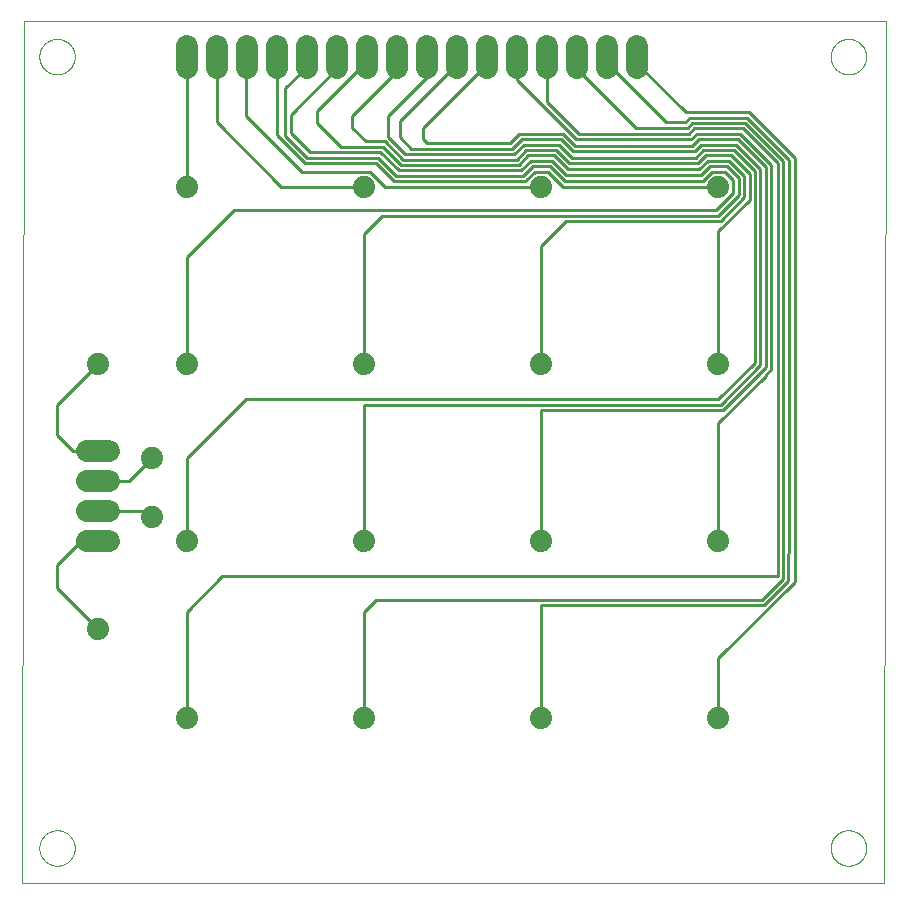
<source format=gtl>
G75*
%MOIN*%
%OFA0B0*%
%FSLAX25Y25*%
%IPPOS*%
%LPD*%
%AMOC8*
5,1,8,0,0,1.08239X$1,22.5*
%
%ADD10C,0.00000*%
%ADD11C,0.07400*%
%ADD12C,0.07400*%
%ADD13C,0.01000*%
D10*
X0001000Y0001000D02*
X0001787Y0288402D01*
X0289189Y0288402D01*
X0288401Y0001000D01*
X0001000Y0001000D01*
X0006905Y0012811D02*
X0006907Y0012964D01*
X0006913Y0013118D01*
X0006923Y0013271D01*
X0006937Y0013423D01*
X0006955Y0013576D01*
X0006977Y0013727D01*
X0007002Y0013878D01*
X0007032Y0014029D01*
X0007066Y0014179D01*
X0007103Y0014327D01*
X0007144Y0014475D01*
X0007189Y0014621D01*
X0007238Y0014767D01*
X0007291Y0014911D01*
X0007347Y0015053D01*
X0007407Y0015194D01*
X0007471Y0015334D01*
X0007538Y0015472D01*
X0007609Y0015608D01*
X0007684Y0015742D01*
X0007761Y0015874D01*
X0007843Y0016004D01*
X0007927Y0016132D01*
X0008015Y0016258D01*
X0008106Y0016381D01*
X0008200Y0016502D01*
X0008298Y0016620D01*
X0008398Y0016736D01*
X0008502Y0016849D01*
X0008608Y0016960D01*
X0008717Y0017068D01*
X0008829Y0017173D01*
X0008943Y0017274D01*
X0009061Y0017373D01*
X0009180Y0017469D01*
X0009302Y0017562D01*
X0009427Y0017651D01*
X0009554Y0017738D01*
X0009683Y0017820D01*
X0009814Y0017900D01*
X0009947Y0017976D01*
X0010082Y0018049D01*
X0010219Y0018118D01*
X0010358Y0018183D01*
X0010498Y0018245D01*
X0010640Y0018303D01*
X0010783Y0018358D01*
X0010928Y0018409D01*
X0011074Y0018456D01*
X0011221Y0018499D01*
X0011369Y0018538D01*
X0011518Y0018574D01*
X0011668Y0018605D01*
X0011819Y0018633D01*
X0011970Y0018657D01*
X0012123Y0018677D01*
X0012275Y0018693D01*
X0012428Y0018705D01*
X0012581Y0018713D01*
X0012734Y0018717D01*
X0012888Y0018717D01*
X0013041Y0018713D01*
X0013194Y0018705D01*
X0013347Y0018693D01*
X0013499Y0018677D01*
X0013652Y0018657D01*
X0013803Y0018633D01*
X0013954Y0018605D01*
X0014104Y0018574D01*
X0014253Y0018538D01*
X0014401Y0018499D01*
X0014548Y0018456D01*
X0014694Y0018409D01*
X0014839Y0018358D01*
X0014982Y0018303D01*
X0015124Y0018245D01*
X0015264Y0018183D01*
X0015403Y0018118D01*
X0015540Y0018049D01*
X0015675Y0017976D01*
X0015808Y0017900D01*
X0015939Y0017820D01*
X0016068Y0017738D01*
X0016195Y0017651D01*
X0016320Y0017562D01*
X0016442Y0017469D01*
X0016561Y0017373D01*
X0016679Y0017274D01*
X0016793Y0017173D01*
X0016905Y0017068D01*
X0017014Y0016960D01*
X0017120Y0016849D01*
X0017224Y0016736D01*
X0017324Y0016620D01*
X0017422Y0016502D01*
X0017516Y0016381D01*
X0017607Y0016258D01*
X0017695Y0016132D01*
X0017779Y0016004D01*
X0017861Y0015874D01*
X0017938Y0015742D01*
X0018013Y0015608D01*
X0018084Y0015472D01*
X0018151Y0015334D01*
X0018215Y0015194D01*
X0018275Y0015053D01*
X0018331Y0014911D01*
X0018384Y0014767D01*
X0018433Y0014621D01*
X0018478Y0014475D01*
X0018519Y0014327D01*
X0018556Y0014179D01*
X0018590Y0014029D01*
X0018620Y0013878D01*
X0018645Y0013727D01*
X0018667Y0013576D01*
X0018685Y0013423D01*
X0018699Y0013271D01*
X0018709Y0013118D01*
X0018715Y0012964D01*
X0018717Y0012811D01*
X0018715Y0012658D01*
X0018709Y0012504D01*
X0018699Y0012351D01*
X0018685Y0012199D01*
X0018667Y0012046D01*
X0018645Y0011895D01*
X0018620Y0011744D01*
X0018590Y0011593D01*
X0018556Y0011443D01*
X0018519Y0011295D01*
X0018478Y0011147D01*
X0018433Y0011001D01*
X0018384Y0010855D01*
X0018331Y0010711D01*
X0018275Y0010569D01*
X0018215Y0010428D01*
X0018151Y0010288D01*
X0018084Y0010150D01*
X0018013Y0010014D01*
X0017938Y0009880D01*
X0017861Y0009748D01*
X0017779Y0009618D01*
X0017695Y0009490D01*
X0017607Y0009364D01*
X0017516Y0009241D01*
X0017422Y0009120D01*
X0017324Y0009002D01*
X0017224Y0008886D01*
X0017120Y0008773D01*
X0017014Y0008662D01*
X0016905Y0008554D01*
X0016793Y0008449D01*
X0016679Y0008348D01*
X0016561Y0008249D01*
X0016442Y0008153D01*
X0016320Y0008060D01*
X0016195Y0007971D01*
X0016068Y0007884D01*
X0015939Y0007802D01*
X0015808Y0007722D01*
X0015675Y0007646D01*
X0015540Y0007573D01*
X0015403Y0007504D01*
X0015264Y0007439D01*
X0015124Y0007377D01*
X0014982Y0007319D01*
X0014839Y0007264D01*
X0014694Y0007213D01*
X0014548Y0007166D01*
X0014401Y0007123D01*
X0014253Y0007084D01*
X0014104Y0007048D01*
X0013954Y0007017D01*
X0013803Y0006989D01*
X0013652Y0006965D01*
X0013499Y0006945D01*
X0013347Y0006929D01*
X0013194Y0006917D01*
X0013041Y0006909D01*
X0012888Y0006905D01*
X0012734Y0006905D01*
X0012581Y0006909D01*
X0012428Y0006917D01*
X0012275Y0006929D01*
X0012123Y0006945D01*
X0011970Y0006965D01*
X0011819Y0006989D01*
X0011668Y0007017D01*
X0011518Y0007048D01*
X0011369Y0007084D01*
X0011221Y0007123D01*
X0011074Y0007166D01*
X0010928Y0007213D01*
X0010783Y0007264D01*
X0010640Y0007319D01*
X0010498Y0007377D01*
X0010358Y0007439D01*
X0010219Y0007504D01*
X0010082Y0007573D01*
X0009947Y0007646D01*
X0009814Y0007722D01*
X0009683Y0007802D01*
X0009554Y0007884D01*
X0009427Y0007971D01*
X0009302Y0008060D01*
X0009180Y0008153D01*
X0009061Y0008249D01*
X0008943Y0008348D01*
X0008829Y0008449D01*
X0008717Y0008554D01*
X0008608Y0008662D01*
X0008502Y0008773D01*
X0008398Y0008886D01*
X0008298Y0009002D01*
X0008200Y0009120D01*
X0008106Y0009241D01*
X0008015Y0009364D01*
X0007927Y0009490D01*
X0007843Y0009618D01*
X0007761Y0009748D01*
X0007684Y0009880D01*
X0007609Y0010014D01*
X0007538Y0010150D01*
X0007471Y0010288D01*
X0007407Y0010428D01*
X0007347Y0010569D01*
X0007291Y0010711D01*
X0007238Y0010855D01*
X0007189Y0011001D01*
X0007144Y0011147D01*
X0007103Y0011295D01*
X0007066Y0011443D01*
X0007032Y0011593D01*
X0007002Y0011744D01*
X0006977Y0011895D01*
X0006955Y0012046D01*
X0006937Y0012199D01*
X0006923Y0012351D01*
X0006913Y0012504D01*
X0006907Y0012658D01*
X0006905Y0012811D01*
X0006905Y0276591D02*
X0006907Y0276744D01*
X0006913Y0276898D01*
X0006923Y0277051D01*
X0006937Y0277203D01*
X0006955Y0277356D01*
X0006977Y0277507D01*
X0007002Y0277658D01*
X0007032Y0277809D01*
X0007066Y0277959D01*
X0007103Y0278107D01*
X0007144Y0278255D01*
X0007189Y0278401D01*
X0007238Y0278547D01*
X0007291Y0278691D01*
X0007347Y0278833D01*
X0007407Y0278974D01*
X0007471Y0279114D01*
X0007538Y0279252D01*
X0007609Y0279388D01*
X0007684Y0279522D01*
X0007761Y0279654D01*
X0007843Y0279784D01*
X0007927Y0279912D01*
X0008015Y0280038D01*
X0008106Y0280161D01*
X0008200Y0280282D01*
X0008298Y0280400D01*
X0008398Y0280516D01*
X0008502Y0280629D01*
X0008608Y0280740D01*
X0008717Y0280848D01*
X0008829Y0280953D01*
X0008943Y0281054D01*
X0009061Y0281153D01*
X0009180Y0281249D01*
X0009302Y0281342D01*
X0009427Y0281431D01*
X0009554Y0281518D01*
X0009683Y0281600D01*
X0009814Y0281680D01*
X0009947Y0281756D01*
X0010082Y0281829D01*
X0010219Y0281898D01*
X0010358Y0281963D01*
X0010498Y0282025D01*
X0010640Y0282083D01*
X0010783Y0282138D01*
X0010928Y0282189D01*
X0011074Y0282236D01*
X0011221Y0282279D01*
X0011369Y0282318D01*
X0011518Y0282354D01*
X0011668Y0282385D01*
X0011819Y0282413D01*
X0011970Y0282437D01*
X0012123Y0282457D01*
X0012275Y0282473D01*
X0012428Y0282485D01*
X0012581Y0282493D01*
X0012734Y0282497D01*
X0012888Y0282497D01*
X0013041Y0282493D01*
X0013194Y0282485D01*
X0013347Y0282473D01*
X0013499Y0282457D01*
X0013652Y0282437D01*
X0013803Y0282413D01*
X0013954Y0282385D01*
X0014104Y0282354D01*
X0014253Y0282318D01*
X0014401Y0282279D01*
X0014548Y0282236D01*
X0014694Y0282189D01*
X0014839Y0282138D01*
X0014982Y0282083D01*
X0015124Y0282025D01*
X0015264Y0281963D01*
X0015403Y0281898D01*
X0015540Y0281829D01*
X0015675Y0281756D01*
X0015808Y0281680D01*
X0015939Y0281600D01*
X0016068Y0281518D01*
X0016195Y0281431D01*
X0016320Y0281342D01*
X0016442Y0281249D01*
X0016561Y0281153D01*
X0016679Y0281054D01*
X0016793Y0280953D01*
X0016905Y0280848D01*
X0017014Y0280740D01*
X0017120Y0280629D01*
X0017224Y0280516D01*
X0017324Y0280400D01*
X0017422Y0280282D01*
X0017516Y0280161D01*
X0017607Y0280038D01*
X0017695Y0279912D01*
X0017779Y0279784D01*
X0017861Y0279654D01*
X0017938Y0279522D01*
X0018013Y0279388D01*
X0018084Y0279252D01*
X0018151Y0279114D01*
X0018215Y0278974D01*
X0018275Y0278833D01*
X0018331Y0278691D01*
X0018384Y0278547D01*
X0018433Y0278401D01*
X0018478Y0278255D01*
X0018519Y0278107D01*
X0018556Y0277959D01*
X0018590Y0277809D01*
X0018620Y0277658D01*
X0018645Y0277507D01*
X0018667Y0277356D01*
X0018685Y0277203D01*
X0018699Y0277051D01*
X0018709Y0276898D01*
X0018715Y0276744D01*
X0018717Y0276591D01*
X0018715Y0276438D01*
X0018709Y0276284D01*
X0018699Y0276131D01*
X0018685Y0275979D01*
X0018667Y0275826D01*
X0018645Y0275675D01*
X0018620Y0275524D01*
X0018590Y0275373D01*
X0018556Y0275223D01*
X0018519Y0275075D01*
X0018478Y0274927D01*
X0018433Y0274781D01*
X0018384Y0274635D01*
X0018331Y0274491D01*
X0018275Y0274349D01*
X0018215Y0274208D01*
X0018151Y0274068D01*
X0018084Y0273930D01*
X0018013Y0273794D01*
X0017938Y0273660D01*
X0017861Y0273528D01*
X0017779Y0273398D01*
X0017695Y0273270D01*
X0017607Y0273144D01*
X0017516Y0273021D01*
X0017422Y0272900D01*
X0017324Y0272782D01*
X0017224Y0272666D01*
X0017120Y0272553D01*
X0017014Y0272442D01*
X0016905Y0272334D01*
X0016793Y0272229D01*
X0016679Y0272128D01*
X0016561Y0272029D01*
X0016442Y0271933D01*
X0016320Y0271840D01*
X0016195Y0271751D01*
X0016068Y0271664D01*
X0015939Y0271582D01*
X0015808Y0271502D01*
X0015675Y0271426D01*
X0015540Y0271353D01*
X0015403Y0271284D01*
X0015264Y0271219D01*
X0015124Y0271157D01*
X0014982Y0271099D01*
X0014839Y0271044D01*
X0014694Y0270993D01*
X0014548Y0270946D01*
X0014401Y0270903D01*
X0014253Y0270864D01*
X0014104Y0270828D01*
X0013954Y0270797D01*
X0013803Y0270769D01*
X0013652Y0270745D01*
X0013499Y0270725D01*
X0013347Y0270709D01*
X0013194Y0270697D01*
X0013041Y0270689D01*
X0012888Y0270685D01*
X0012734Y0270685D01*
X0012581Y0270689D01*
X0012428Y0270697D01*
X0012275Y0270709D01*
X0012123Y0270725D01*
X0011970Y0270745D01*
X0011819Y0270769D01*
X0011668Y0270797D01*
X0011518Y0270828D01*
X0011369Y0270864D01*
X0011221Y0270903D01*
X0011074Y0270946D01*
X0010928Y0270993D01*
X0010783Y0271044D01*
X0010640Y0271099D01*
X0010498Y0271157D01*
X0010358Y0271219D01*
X0010219Y0271284D01*
X0010082Y0271353D01*
X0009947Y0271426D01*
X0009814Y0271502D01*
X0009683Y0271582D01*
X0009554Y0271664D01*
X0009427Y0271751D01*
X0009302Y0271840D01*
X0009180Y0271933D01*
X0009061Y0272029D01*
X0008943Y0272128D01*
X0008829Y0272229D01*
X0008717Y0272334D01*
X0008608Y0272442D01*
X0008502Y0272553D01*
X0008398Y0272666D01*
X0008298Y0272782D01*
X0008200Y0272900D01*
X0008106Y0273021D01*
X0008015Y0273144D01*
X0007927Y0273270D01*
X0007843Y0273398D01*
X0007761Y0273528D01*
X0007684Y0273660D01*
X0007609Y0273794D01*
X0007538Y0273930D01*
X0007471Y0274068D01*
X0007407Y0274208D01*
X0007347Y0274349D01*
X0007291Y0274491D01*
X0007238Y0274635D01*
X0007189Y0274781D01*
X0007144Y0274927D01*
X0007103Y0275075D01*
X0007066Y0275223D01*
X0007032Y0275373D01*
X0007002Y0275524D01*
X0006977Y0275675D01*
X0006955Y0275826D01*
X0006937Y0275979D01*
X0006923Y0276131D01*
X0006913Y0276284D01*
X0006907Y0276438D01*
X0006905Y0276591D01*
X0270685Y0276591D02*
X0270687Y0276744D01*
X0270693Y0276898D01*
X0270703Y0277051D01*
X0270717Y0277203D01*
X0270735Y0277356D01*
X0270757Y0277507D01*
X0270782Y0277658D01*
X0270812Y0277809D01*
X0270846Y0277959D01*
X0270883Y0278107D01*
X0270924Y0278255D01*
X0270969Y0278401D01*
X0271018Y0278547D01*
X0271071Y0278691D01*
X0271127Y0278833D01*
X0271187Y0278974D01*
X0271251Y0279114D01*
X0271318Y0279252D01*
X0271389Y0279388D01*
X0271464Y0279522D01*
X0271541Y0279654D01*
X0271623Y0279784D01*
X0271707Y0279912D01*
X0271795Y0280038D01*
X0271886Y0280161D01*
X0271980Y0280282D01*
X0272078Y0280400D01*
X0272178Y0280516D01*
X0272282Y0280629D01*
X0272388Y0280740D01*
X0272497Y0280848D01*
X0272609Y0280953D01*
X0272723Y0281054D01*
X0272841Y0281153D01*
X0272960Y0281249D01*
X0273082Y0281342D01*
X0273207Y0281431D01*
X0273334Y0281518D01*
X0273463Y0281600D01*
X0273594Y0281680D01*
X0273727Y0281756D01*
X0273862Y0281829D01*
X0273999Y0281898D01*
X0274138Y0281963D01*
X0274278Y0282025D01*
X0274420Y0282083D01*
X0274563Y0282138D01*
X0274708Y0282189D01*
X0274854Y0282236D01*
X0275001Y0282279D01*
X0275149Y0282318D01*
X0275298Y0282354D01*
X0275448Y0282385D01*
X0275599Y0282413D01*
X0275750Y0282437D01*
X0275903Y0282457D01*
X0276055Y0282473D01*
X0276208Y0282485D01*
X0276361Y0282493D01*
X0276514Y0282497D01*
X0276668Y0282497D01*
X0276821Y0282493D01*
X0276974Y0282485D01*
X0277127Y0282473D01*
X0277279Y0282457D01*
X0277432Y0282437D01*
X0277583Y0282413D01*
X0277734Y0282385D01*
X0277884Y0282354D01*
X0278033Y0282318D01*
X0278181Y0282279D01*
X0278328Y0282236D01*
X0278474Y0282189D01*
X0278619Y0282138D01*
X0278762Y0282083D01*
X0278904Y0282025D01*
X0279044Y0281963D01*
X0279183Y0281898D01*
X0279320Y0281829D01*
X0279455Y0281756D01*
X0279588Y0281680D01*
X0279719Y0281600D01*
X0279848Y0281518D01*
X0279975Y0281431D01*
X0280100Y0281342D01*
X0280222Y0281249D01*
X0280341Y0281153D01*
X0280459Y0281054D01*
X0280573Y0280953D01*
X0280685Y0280848D01*
X0280794Y0280740D01*
X0280900Y0280629D01*
X0281004Y0280516D01*
X0281104Y0280400D01*
X0281202Y0280282D01*
X0281296Y0280161D01*
X0281387Y0280038D01*
X0281475Y0279912D01*
X0281559Y0279784D01*
X0281641Y0279654D01*
X0281718Y0279522D01*
X0281793Y0279388D01*
X0281864Y0279252D01*
X0281931Y0279114D01*
X0281995Y0278974D01*
X0282055Y0278833D01*
X0282111Y0278691D01*
X0282164Y0278547D01*
X0282213Y0278401D01*
X0282258Y0278255D01*
X0282299Y0278107D01*
X0282336Y0277959D01*
X0282370Y0277809D01*
X0282400Y0277658D01*
X0282425Y0277507D01*
X0282447Y0277356D01*
X0282465Y0277203D01*
X0282479Y0277051D01*
X0282489Y0276898D01*
X0282495Y0276744D01*
X0282497Y0276591D01*
X0282495Y0276438D01*
X0282489Y0276284D01*
X0282479Y0276131D01*
X0282465Y0275979D01*
X0282447Y0275826D01*
X0282425Y0275675D01*
X0282400Y0275524D01*
X0282370Y0275373D01*
X0282336Y0275223D01*
X0282299Y0275075D01*
X0282258Y0274927D01*
X0282213Y0274781D01*
X0282164Y0274635D01*
X0282111Y0274491D01*
X0282055Y0274349D01*
X0281995Y0274208D01*
X0281931Y0274068D01*
X0281864Y0273930D01*
X0281793Y0273794D01*
X0281718Y0273660D01*
X0281641Y0273528D01*
X0281559Y0273398D01*
X0281475Y0273270D01*
X0281387Y0273144D01*
X0281296Y0273021D01*
X0281202Y0272900D01*
X0281104Y0272782D01*
X0281004Y0272666D01*
X0280900Y0272553D01*
X0280794Y0272442D01*
X0280685Y0272334D01*
X0280573Y0272229D01*
X0280459Y0272128D01*
X0280341Y0272029D01*
X0280222Y0271933D01*
X0280100Y0271840D01*
X0279975Y0271751D01*
X0279848Y0271664D01*
X0279719Y0271582D01*
X0279588Y0271502D01*
X0279455Y0271426D01*
X0279320Y0271353D01*
X0279183Y0271284D01*
X0279044Y0271219D01*
X0278904Y0271157D01*
X0278762Y0271099D01*
X0278619Y0271044D01*
X0278474Y0270993D01*
X0278328Y0270946D01*
X0278181Y0270903D01*
X0278033Y0270864D01*
X0277884Y0270828D01*
X0277734Y0270797D01*
X0277583Y0270769D01*
X0277432Y0270745D01*
X0277279Y0270725D01*
X0277127Y0270709D01*
X0276974Y0270697D01*
X0276821Y0270689D01*
X0276668Y0270685D01*
X0276514Y0270685D01*
X0276361Y0270689D01*
X0276208Y0270697D01*
X0276055Y0270709D01*
X0275903Y0270725D01*
X0275750Y0270745D01*
X0275599Y0270769D01*
X0275448Y0270797D01*
X0275298Y0270828D01*
X0275149Y0270864D01*
X0275001Y0270903D01*
X0274854Y0270946D01*
X0274708Y0270993D01*
X0274563Y0271044D01*
X0274420Y0271099D01*
X0274278Y0271157D01*
X0274138Y0271219D01*
X0273999Y0271284D01*
X0273862Y0271353D01*
X0273727Y0271426D01*
X0273594Y0271502D01*
X0273463Y0271582D01*
X0273334Y0271664D01*
X0273207Y0271751D01*
X0273082Y0271840D01*
X0272960Y0271933D01*
X0272841Y0272029D01*
X0272723Y0272128D01*
X0272609Y0272229D01*
X0272497Y0272334D01*
X0272388Y0272442D01*
X0272282Y0272553D01*
X0272178Y0272666D01*
X0272078Y0272782D01*
X0271980Y0272900D01*
X0271886Y0273021D01*
X0271795Y0273144D01*
X0271707Y0273270D01*
X0271623Y0273398D01*
X0271541Y0273528D01*
X0271464Y0273660D01*
X0271389Y0273794D01*
X0271318Y0273930D01*
X0271251Y0274068D01*
X0271187Y0274208D01*
X0271127Y0274349D01*
X0271071Y0274491D01*
X0271018Y0274635D01*
X0270969Y0274781D01*
X0270924Y0274927D01*
X0270883Y0275075D01*
X0270846Y0275223D01*
X0270812Y0275373D01*
X0270782Y0275524D01*
X0270757Y0275675D01*
X0270735Y0275826D01*
X0270717Y0275979D01*
X0270703Y0276131D01*
X0270693Y0276284D01*
X0270687Y0276438D01*
X0270685Y0276591D01*
X0270685Y0012811D02*
X0270687Y0012964D01*
X0270693Y0013118D01*
X0270703Y0013271D01*
X0270717Y0013423D01*
X0270735Y0013576D01*
X0270757Y0013727D01*
X0270782Y0013878D01*
X0270812Y0014029D01*
X0270846Y0014179D01*
X0270883Y0014327D01*
X0270924Y0014475D01*
X0270969Y0014621D01*
X0271018Y0014767D01*
X0271071Y0014911D01*
X0271127Y0015053D01*
X0271187Y0015194D01*
X0271251Y0015334D01*
X0271318Y0015472D01*
X0271389Y0015608D01*
X0271464Y0015742D01*
X0271541Y0015874D01*
X0271623Y0016004D01*
X0271707Y0016132D01*
X0271795Y0016258D01*
X0271886Y0016381D01*
X0271980Y0016502D01*
X0272078Y0016620D01*
X0272178Y0016736D01*
X0272282Y0016849D01*
X0272388Y0016960D01*
X0272497Y0017068D01*
X0272609Y0017173D01*
X0272723Y0017274D01*
X0272841Y0017373D01*
X0272960Y0017469D01*
X0273082Y0017562D01*
X0273207Y0017651D01*
X0273334Y0017738D01*
X0273463Y0017820D01*
X0273594Y0017900D01*
X0273727Y0017976D01*
X0273862Y0018049D01*
X0273999Y0018118D01*
X0274138Y0018183D01*
X0274278Y0018245D01*
X0274420Y0018303D01*
X0274563Y0018358D01*
X0274708Y0018409D01*
X0274854Y0018456D01*
X0275001Y0018499D01*
X0275149Y0018538D01*
X0275298Y0018574D01*
X0275448Y0018605D01*
X0275599Y0018633D01*
X0275750Y0018657D01*
X0275903Y0018677D01*
X0276055Y0018693D01*
X0276208Y0018705D01*
X0276361Y0018713D01*
X0276514Y0018717D01*
X0276668Y0018717D01*
X0276821Y0018713D01*
X0276974Y0018705D01*
X0277127Y0018693D01*
X0277279Y0018677D01*
X0277432Y0018657D01*
X0277583Y0018633D01*
X0277734Y0018605D01*
X0277884Y0018574D01*
X0278033Y0018538D01*
X0278181Y0018499D01*
X0278328Y0018456D01*
X0278474Y0018409D01*
X0278619Y0018358D01*
X0278762Y0018303D01*
X0278904Y0018245D01*
X0279044Y0018183D01*
X0279183Y0018118D01*
X0279320Y0018049D01*
X0279455Y0017976D01*
X0279588Y0017900D01*
X0279719Y0017820D01*
X0279848Y0017738D01*
X0279975Y0017651D01*
X0280100Y0017562D01*
X0280222Y0017469D01*
X0280341Y0017373D01*
X0280459Y0017274D01*
X0280573Y0017173D01*
X0280685Y0017068D01*
X0280794Y0016960D01*
X0280900Y0016849D01*
X0281004Y0016736D01*
X0281104Y0016620D01*
X0281202Y0016502D01*
X0281296Y0016381D01*
X0281387Y0016258D01*
X0281475Y0016132D01*
X0281559Y0016004D01*
X0281641Y0015874D01*
X0281718Y0015742D01*
X0281793Y0015608D01*
X0281864Y0015472D01*
X0281931Y0015334D01*
X0281995Y0015194D01*
X0282055Y0015053D01*
X0282111Y0014911D01*
X0282164Y0014767D01*
X0282213Y0014621D01*
X0282258Y0014475D01*
X0282299Y0014327D01*
X0282336Y0014179D01*
X0282370Y0014029D01*
X0282400Y0013878D01*
X0282425Y0013727D01*
X0282447Y0013576D01*
X0282465Y0013423D01*
X0282479Y0013271D01*
X0282489Y0013118D01*
X0282495Y0012964D01*
X0282497Y0012811D01*
X0282495Y0012658D01*
X0282489Y0012504D01*
X0282479Y0012351D01*
X0282465Y0012199D01*
X0282447Y0012046D01*
X0282425Y0011895D01*
X0282400Y0011744D01*
X0282370Y0011593D01*
X0282336Y0011443D01*
X0282299Y0011295D01*
X0282258Y0011147D01*
X0282213Y0011001D01*
X0282164Y0010855D01*
X0282111Y0010711D01*
X0282055Y0010569D01*
X0281995Y0010428D01*
X0281931Y0010288D01*
X0281864Y0010150D01*
X0281793Y0010014D01*
X0281718Y0009880D01*
X0281641Y0009748D01*
X0281559Y0009618D01*
X0281475Y0009490D01*
X0281387Y0009364D01*
X0281296Y0009241D01*
X0281202Y0009120D01*
X0281104Y0009002D01*
X0281004Y0008886D01*
X0280900Y0008773D01*
X0280794Y0008662D01*
X0280685Y0008554D01*
X0280573Y0008449D01*
X0280459Y0008348D01*
X0280341Y0008249D01*
X0280222Y0008153D01*
X0280100Y0008060D01*
X0279975Y0007971D01*
X0279848Y0007884D01*
X0279719Y0007802D01*
X0279588Y0007722D01*
X0279455Y0007646D01*
X0279320Y0007573D01*
X0279183Y0007504D01*
X0279044Y0007439D01*
X0278904Y0007377D01*
X0278762Y0007319D01*
X0278619Y0007264D01*
X0278474Y0007213D01*
X0278328Y0007166D01*
X0278181Y0007123D01*
X0278033Y0007084D01*
X0277884Y0007048D01*
X0277734Y0007017D01*
X0277583Y0006989D01*
X0277432Y0006965D01*
X0277279Y0006945D01*
X0277127Y0006929D01*
X0276974Y0006917D01*
X0276821Y0006909D01*
X0276668Y0006905D01*
X0276514Y0006905D01*
X0276361Y0006909D01*
X0276208Y0006917D01*
X0276055Y0006929D01*
X0275903Y0006945D01*
X0275750Y0006965D01*
X0275599Y0006989D01*
X0275448Y0007017D01*
X0275298Y0007048D01*
X0275149Y0007084D01*
X0275001Y0007123D01*
X0274854Y0007166D01*
X0274708Y0007213D01*
X0274563Y0007264D01*
X0274420Y0007319D01*
X0274278Y0007377D01*
X0274138Y0007439D01*
X0273999Y0007504D01*
X0273862Y0007573D01*
X0273727Y0007646D01*
X0273594Y0007722D01*
X0273463Y0007802D01*
X0273334Y0007884D01*
X0273207Y0007971D01*
X0273082Y0008060D01*
X0272960Y0008153D01*
X0272841Y0008249D01*
X0272723Y0008348D01*
X0272609Y0008449D01*
X0272497Y0008554D01*
X0272388Y0008662D01*
X0272282Y0008773D01*
X0272178Y0008886D01*
X0272078Y0009002D01*
X0271980Y0009120D01*
X0271886Y0009241D01*
X0271795Y0009364D01*
X0271707Y0009490D01*
X0271623Y0009618D01*
X0271541Y0009748D01*
X0271464Y0009880D01*
X0271389Y0010014D01*
X0271318Y0010150D01*
X0271251Y0010288D01*
X0271187Y0010428D01*
X0271127Y0010569D01*
X0271071Y0010711D01*
X0271018Y0010855D01*
X0270969Y0011001D01*
X0270924Y0011147D01*
X0270883Y0011295D01*
X0270846Y0011443D01*
X0270812Y0011593D01*
X0270782Y0011744D01*
X0270757Y0011895D01*
X0270735Y0012046D01*
X0270717Y0012199D01*
X0270703Y0012351D01*
X0270693Y0012504D01*
X0270687Y0012658D01*
X0270685Y0012811D01*
D11*
X0233283Y0056118D03*
X0233283Y0115173D03*
X0174228Y0115173D03*
X0174228Y0056118D03*
X0115173Y0056118D03*
X0115173Y0115173D03*
X0056118Y0115173D03*
X0044307Y0123047D03*
X0044307Y0142732D03*
X0056118Y0174228D03*
X0026589Y0174228D03*
X0056118Y0233283D03*
X0115173Y0233283D03*
X0115173Y0174228D03*
X0174228Y0174228D03*
X0233283Y0174228D03*
X0233283Y0233283D03*
X0174228Y0233283D03*
X0026591Y0085646D03*
X0056118Y0056118D03*
D12*
X0030291Y0115173D02*
X0022891Y0115173D01*
X0022891Y0125173D02*
X0030291Y0125173D01*
X0030291Y0135173D02*
X0022891Y0135173D01*
X0022891Y0145173D02*
X0030291Y0145173D01*
X0056118Y0272891D02*
X0056118Y0280291D01*
X0066118Y0280291D02*
X0066118Y0272891D01*
X0076118Y0272891D02*
X0076118Y0280291D01*
X0086118Y0280291D02*
X0086118Y0272891D01*
X0096118Y0272891D02*
X0096118Y0280291D01*
X0106118Y0280291D02*
X0106118Y0272891D01*
X0116118Y0272891D02*
X0116118Y0280291D01*
X0126118Y0280291D02*
X0126118Y0272891D01*
X0136118Y0272891D02*
X0136118Y0280291D01*
X0146118Y0280291D02*
X0146118Y0272891D01*
X0156118Y0272891D02*
X0156118Y0280291D01*
X0166118Y0280291D02*
X0166118Y0272891D01*
X0176118Y0272891D02*
X0176118Y0280291D01*
X0186118Y0280291D02*
X0186118Y0272891D01*
X0196118Y0272891D02*
X0196118Y0280291D01*
X0206118Y0280291D02*
X0206118Y0272891D01*
D13*
X0206118Y0274280D02*
X0222314Y0258083D01*
X0243556Y0258083D01*
X0258706Y0242934D01*
X0258706Y0101462D01*
X0233283Y0076040D01*
X0233283Y0056118D01*
X0248386Y0093688D02*
X0174228Y0093688D01*
X0174228Y0056118D01*
X0174228Y0056118D01*
X0119110Y0095488D02*
X0247640Y0095488D01*
X0254769Y0102617D01*
X0254769Y0241779D01*
X0242065Y0254483D01*
X0224502Y0254483D01*
X0222987Y0252969D01*
X0205724Y0252969D01*
X0186118Y0272575D01*
X0186118Y0276591D01*
X0196118Y0276591D02*
X0196118Y0274386D01*
X0215735Y0254769D01*
X0222242Y0254769D01*
X0223756Y0256283D01*
X0242810Y0256283D01*
X0256906Y0242188D01*
X0256906Y0111236D01*
X0256569Y0110899D01*
X0256569Y0101871D01*
X0248386Y0093688D01*
X0252969Y0103362D02*
X0252969Y0241034D01*
X0241319Y0252683D01*
X0225247Y0252683D01*
X0223396Y0250831D01*
X0186661Y0250831D01*
X0183313Y0254179D01*
X0176118Y0261375D01*
X0176118Y0276591D01*
X0166118Y0276591D02*
X0166118Y0268829D01*
X0185916Y0249031D01*
X0224141Y0249031D01*
X0225993Y0250883D01*
X0240574Y0250883D01*
X0250883Y0240573D01*
X0250883Y0172380D01*
X0249031Y0170529D01*
X0249031Y0170291D01*
X0233283Y0154543D01*
X0233283Y0115173D01*
X0252969Y0103362D02*
X0067929Y0103362D01*
X0056118Y0091551D01*
X0056118Y0056118D01*
X0056118Y0056118D01*
X0026591Y0085646D02*
X0012811Y0099425D01*
X0012811Y0107299D01*
X0020684Y0115172D01*
X0026591Y0115173D01*
X0026591Y0125173D02*
X0042182Y0125172D01*
X0044307Y0123047D01*
X0056118Y0115173D02*
X0056118Y0115173D01*
X0056118Y0142732D01*
X0075803Y0162417D01*
X0233283Y0162417D01*
X0245483Y0174617D01*
X0245483Y0238337D01*
X0238337Y0245483D01*
X0228230Y0245483D01*
X0225704Y0242957D01*
X0184353Y0242957D01*
X0180027Y0247283D01*
X0168429Y0247283D01*
X0165229Y0244083D01*
X0128912Y0244083D01*
X0123047Y0249948D01*
X0123047Y0256906D01*
X0136118Y0269976D01*
X0136118Y0276591D01*
X0126118Y0276591D02*
X0126118Y0271787D01*
X0111236Y0256906D01*
X0111236Y0252969D01*
X0115847Y0248357D01*
X0122093Y0248357D01*
X0128167Y0242283D01*
X0165974Y0242283D01*
X0169174Y0245483D01*
X0179281Y0245483D01*
X0183607Y0241157D01*
X0226450Y0241157D01*
X0228975Y0243683D01*
X0237591Y0243683D01*
X0243683Y0237591D01*
X0243683Y0228975D01*
X0233283Y0218575D01*
X0233283Y0174228D01*
X0234029Y0160617D02*
X0247283Y0173872D01*
X0247283Y0239082D01*
X0239082Y0247283D01*
X0227484Y0247283D01*
X0225295Y0245094D01*
X0184761Y0245094D01*
X0180773Y0249083D01*
X0167683Y0249083D01*
X0164483Y0245883D01*
X0130921Y0245883D01*
X0126984Y0249820D01*
X0126984Y0255146D01*
X0146118Y0274280D01*
X0146118Y0276591D01*
X0156118Y0276591D02*
X0156118Y0274228D01*
X0134858Y0252969D01*
X0134858Y0249031D01*
X0136192Y0247697D01*
X0163752Y0247697D01*
X0166938Y0250883D01*
X0181518Y0250883D01*
X0185507Y0246894D01*
X0224550Y0246894D01*
X0226739Y0249083D01*
X0239828Y0249083D01*
X0249083Y0239828D01*
X0249083Y0173126D01*
X0234775Y0158817D01*
X0174228Y0158817D01*
X0174228Y0158480D01*
X0174228Y0158480D01*
X0174228Y0115173D01*
X0119110Y0095488D02*
X0115173Y0091551D01*
X0115173Y0056118D01*
X0115173Y0115173D02*
X0115173Y0115173D01*
X0115173Y0160617D01*
X0234029Y0160617D01*
X0174228Y0174228D02*
X0174228Y0213598D01*
X0182439Y0221809D01*
X0233972Y0221809D01*
X0241883Y0229721D01*
X0241883Y0236845D01*
X0236845Y0241883D01*
X0229721Y0241883D01*
X0226858Y0239020D01*
X0183199Y0239020D01*
X0178536Y0243683D01*
X0169920Y0243683D01*
X0166720Y0240483D01*
X0127421Y0240483D01*
X0121347Y0246557D01*
X0107299Y0246557D01*
X0099425Y0254431D01*
X0099425Y0258505D01*
X0110418Y0269498D01*
X0116118Y0275198D01*
X0116118Y0276591D01*
X0110418Y0269580D02*
X0110418Y0269498D01*
X0106118Y0272654D02*
X0106118Y0276591D01*
X0106118Y0272654D02*
X0090764Y0257299D01*
X0090764Y0251127D01*
X0090687Y0251050D01*
X0096979Y0244757D01*
X0120601Y0244757D01*
X0126676Y0238683D01*
X0167466Y0238683D01*
X0170666Y0241883D01*
X0177790Y0241883D01*
X0182453Y0237220D01*
X0227604Y0237220D01*
X0230467Y0240083D01*
X0236100Y0240083D01*
X0240083Y0236100D01*
X0240083Y0230466D01*
X0233226Y0223609D01*
X0121247Y0223609D01*
X0115173Y0217535D01*
X0115173Y0174228D01*
X0071866Y0225409D02*
X0232481Y0225409D01*
X0238283Y0231212D01*
X0238283Y0235354D01*
X0235354Y0238283D01*
X0231212Y0238283D01*
X0228012Y0235083D01*
X0182045Y0235083D01*
X0177045Y0240083D01*
X0171411Y0240083D01*
X0168211Y0236883D01*
X0125930Y0236883D01*
X0119856Y0242957D01*
X0096234Y0242957D01*
X0088887Y0250304D01*
X0088887Y0266052D01*
X0096118Y0273283D01*
X0096118Y0276591D01*
X0086118Y0276591D02*
X0086118Y0250528D01*
X0095488Y0241157D01*
X0119110Y0241157D01*
X0125184Y0235083D01*
X0169228Y0235083D01*
X0169228Y0235354D01*
X0172157Y0238283D01*
X0176299Y0238283D01*
X0181299Y0233283D01*
X0233283Y0233283D01*
X0206118Y0274280D02*
X0206118Y0276591D01*
X0183313Y0254179D02*
X0183009Y0254483D01*
X0174228Y0233283D02*
X0122244Y0233283D01*
X0117244Y0238283D01*
X0094426Y0238283D01*
X0075803Y0256906D01*
X0075803Y0274965D01*
X0076118Y0275280D01*
X0076118Y0276591D01*
X0066118Y0276591D02*
X0066118Y0254780D01*
X0087615Y0233283D01*
X0115173Y0233283D01*
X0071866Y0225409D02*
X0056118Y0209661D01*
X0056118Y0174228D01*
X0026589Y0174228D02*
X0012811Y0160449D01*
X0012811Y0150606D01*
X0018245Y0145172D01*
X0026591Y0145173D01*
X0026591Y0135173D02*
X0036747Y0135172D01*
X0044307Y0142732D01*
X0056118Y0233283D02*
X0056118Y0275279D01*
X0056118Y0275280D01*
X0056118Y0276591D01*
M02*

</source>
